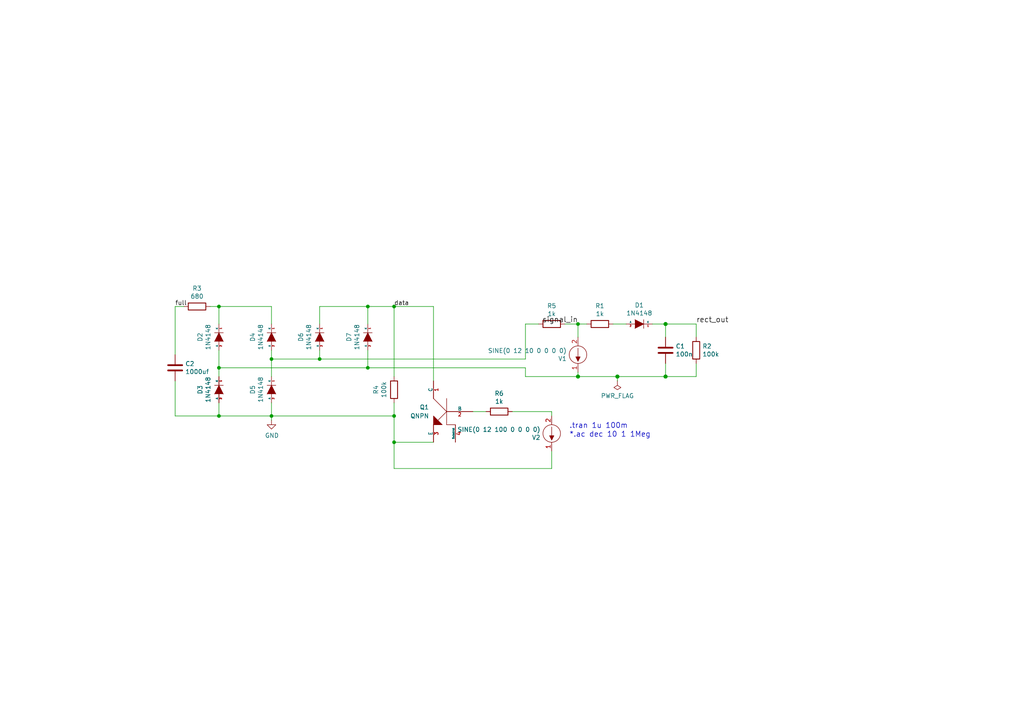
<source format=kicad_sch>
(kicad_sch (version 20211123) (generator eeschema)
  (paper "A4")
  (lib_symbols
    (symbol "power:PWR_FLAG" (power) (pin_numbers hide) (pin_names (offset 0) hide)
      (property "Value" "PWR_FLAG" (at 0 3.81 0))
      (symbol "PWR_FLAG_0_0"
        (pin power_out line (at 0 0 90) (length 0) (name "pwr") (number "1"))
      )
      (symbol "PWR_FLAG_0_1"
        (polyline (pts (xy 0 0) (xy 0 1.27) (xy -1.016 1.905) (xy 0 2.54) (xy 1.016 1.905) (xy 0 1.27)))
      )
    )
    (symbol "pspice:QNPN" (pin_names (offset 0))
      (property "Reference" "Q" (at -2.54 7.62 0))
      (property "Value" "QNPN" (at -2.54 5.08 0))
      (symbol "QNPN_0_0"
        (polyline (pts (xy 0 0) (xy 3.81 -3.81)))
        (polyline (pts (xy 3.81 -3.81) (xy 3.81 -1.27) (xy 1.27 -3.81) (xy 3.81 -3.81)) (fill (type outline)))
      )
      (symbol "QNPN_0_1"
        (polyline (pts (xy 0 -3.81) (xy 0 3.81)))
        (polyline (pts (xy 0 0) (xy 3.81 3.81)))
        (polyline (pts (xy -2.54 -3.81) (xy 0 -3.81) (xy 0 -3.81) (xy 0 -3.81)))
      )
      (symbol "QNPN_1_1"
        (pin passive line (at 3.81 8.89 270) (length 5.08) (name "C") (number "1"))
        (pin input line (at -7.62 0 0) (length 7.62) (name "B") (number "2"))
        (pin passive line (at 3.81 -8.89 90) (length 5.08) (name "E") (number "3"))
        (pin input line (at -2.54 -8.89 90) (length 5.08) (name "Substrat") (number "4"))
      )
    )
    (symbol "rectifier_schlib:C" (pin_numbers hide) (pin_names (offset 0.254))
      (property "Reference" "C" (at 0.635 2.54 0))
      (property "Value" "C" (at 0.635 -2.54 0))
      (symbol "C_0_1"
        (polyline (pts (xy -2.032 -0.762) (xy 2.032 -0.762)) (stroke (width 0.508)))
        (polyline (pts (xy -2.032 0.762) (xy 2.032 0.762)) (stroke (width 0.508)))
      )
      (symbol "C_1_1"
        (pin passive line (at 0 3.81 270) (length 2.794) (name "~") (number "1"))
        (pin passive line (at 0 -3.81 90) (length 2.794) (name "~") (number "2"))
      )
    )
    (symbol "rectifier_schlib:D" (pin_names (offset 0))
      (property "Reference" "D" (at 0 2.54 0))
      (property "Value" "D" (at 0 -2.54 0))
      (symbol "D_0_1"
        (polyline (pts (xy -1.27 1.27) (xy -1.27 -1.27)) (stroke (width 0.1524)))
        (polyline (pts (xy 1.27 1.27) (xy -1.27 0) (xy 1.27 -1.27)) (fill (type outline)))
      )
      (symbol "D_1_1"
        (pin passive line (at -3.81 0 0) (length 2.54) (name "K") (number "1"))
        (pin passive line (at 3.81 0 180) (length 2.54) (name "A") (number "2"))
      )
    )
    (symbol "rectifier_schlib:GND" (power) (pin_names (offset 0))
      (property "Value" "GND" (at 0 -3.1242 0))
      (symbol "GND_0_1"
        (polyline (pts (xy 0 0) (xy 0 -1.27) (xy 1.27 -1.27) (xy 0 -2.54) (xy -1.27 -1.27) (xy 0 -1.27)))
      )
      (symbol "GND_1_1"
        (pin power_in line (at 0 0 270) (length 0) hide (name "GND") (number "1"))
      )
    )
    (symbol "rectifier_schlib:R" (pin_numbers hide) (pin_names (offset 0))
      (property "Reference" "R" (at 2.032 0 90))
      (property "Value" "R" (at 0 0 90))
      (symbol "R_0_1"
        (rectangle (start -1.016 -2.54) (end 1.016 2.54) (stroke (width 0.254)))
      )
      (symbol "R_1_1"
        (pin passive line (at 0 3.81 270) (length 1.27) (name "~") (number "1"))
        (pin passive line (at 0 -3.81 90) (length 1.27) (name "~") (number "2"))
      )
    )
    (symbol "rectifier_schlib:VSOURCE" (pin_names (offset 1.016))
      (property "Reference" "V" (at 5.08 5.08 0))
      (symbol "VSOURCE_0_1"
        (polyline (pts (xy 0 -1.905) (xy 0 1.905)))
        (polyline (pts (xy 0 1.905) (xy -0.635 0.635) (xy 0.635 0.635) (xy 0 1.905)) (fill (type outline)))
        (circle (center 0 0) (radius 2.54))
      )
      (symbol "VSOURCE_1_1"
        (pin input line (at 0 5.08 270) (length 2.54) (name "~") (number "1"))
        (pin input line (at 0 -5.08 90) (length 2.54) (name "~") (number "2"))
      )
    )
  )
  (junction (at 193.04 93.98) (diameter 1.016))
  (junction (at 92.71 104.14))
  (junction (at 63.5 120.65))
  (junction (at 114.3 128.27))
  (junction (at 193.04 109.22) (diameter 1.016))
  (junction (at 63.5 88.9))
  (junction (at 114.3 88.9))
  (junction (at 78.74 120.65))
  (junction (at 167.64 109.22) (diameter 1.016))
  (junction (at 179.07 109.22) (diameter 1.016))
  (junction (at 78.74 104.14))
  (junction (at 106.68 88.9))
  (junction (at 106.68 106.68))
  (junction (at 167.64 93.98))
  (junction (at 114.3 120.65))
  (junction (at 63.5 106.68))
  (wire (pts (xy 152.4 106.68) (xy 106.68 106.68)))
  (wire (pts (xy 163.83 93.98) (xy 167.64 93.98)))
  (wire (pts (xy 189.23 93.98) (xy 193.04 93.98)))
  (wire (pts (xy 63.5 93.98) (xy 63.5 88.9)))
  (wire (pts (xy 114.3 109.22) (xy 114.3 88.9)))
  (wire (pts (xy 78.74 120.65) (xy 78.74 121.92)))
  (wire (pts (xy 148.59 119.38) (xy 160.02 119.38)))
  (wire (pts (xy 63.5 88.9) (xy 78.74 88.9)))
  (wire (pts (xy 201.93 93.98) (xy 201.93 97.79)))
  (wire (pts (xy 201.93 109.22) (xy 201.93 105.41)))
  (wire (pts (xy 60.96 88.9) (xy 63.5 88.9)))
  (wire (pts (xy 167.64 109.22) (xy 179.07 109.22)))
  (wire (pts (xy 78.74 88.9) (xy 78.74 93.98)))
  (wire (pts (xy 137.16 119.38) (xy 140.97 119.38)))
  (wire (pts (xy 179.07 109.22) (xy 193.04 109.22)))
  (wire (pts (xy 92.71 88.9) (xy 106.68 88.9)))
  (wire (pts (xy 160.02 119.38) (xy 160.02 120.65)))
  (wire (pts (xy 53.34 88.9) (xy 50.8 88.9)))
  (wire (pts (xy 78.74 101.6) (xy 78.74 104.14)))
  (wire (pts (xy 167.64 109.22) (xy 152.4 109.22)))
  (wire (pts (xy 78.74 104.14) (xy 78.74 109.22)))
  (wire (pts (xy 193.04 109.22) (xy 201.93 109.22)))
  (wire (pts (xy 106.68 101.6) (xy 106.68 106.68)))
  (wire (pts (xy 50.8 110.49) (xy 50.8 120.65)))
  (wire (pts (xy 167.64 109.22) (xy 167.64 107.95)))
  (wire (pts (xy 114.3 128.27) (xy 114.3 120.65)))
  (wire (pts (xy 114.3 120.65) (xy 78.74 120.65)))
  (wire (pts (xy 63.5 120.65) (xy 78.74 120.65)))
  (wire (pts (xy 125.73 88.9) (xy 114.3 88.9)))
  (wire (pts (xy 50.8 120.65) (xy 63.5 120.65)))
  (wire (pts (xy 114.3 116.84) (xy 114.3 120.65)))
  (wire (pts (xy 193.04 93.98) (xy 201.93 93.98)))
  (wire (pts (xy 106.68 88.9) (xy 106.68 93.98)))
  (wire (pts (xy 193.04 97.79) (xy 193.04 93.98)))
  (wire (pts (xy 63.5 101.6) (xy 63.5 106.68)))
  (wire (pts (xy 92.71 104.14) (xy 152.4 104.14)))
  (wire (pts (xy 92.71 93.98) (xy 92.71 88.9)))
  (wire (pts (xy 92.71 101.6) (xy 92.71 104.14)))
  (wire (pts (xy 160.02 130.81) (xy 160.02 135.89)))
  (wire (pts (xy 106.68 106.68) (xy 63.5 106.68)))
  (wire (pts (xy 125.73 128.27) (xy 114.3 128.27)))
  (wire (pts (xy 78.74 116.84) (xy 78.74 120.65)))
  (wire (pts (xy 114.3 88.9) (xy 106.68 88.9)))
  (wire (pts (xy 50.8 88.9) (xy 50.8 102.87)))
  (wire (pts (xy 63.5 116.84) (xy 63.5 120.65)))
  (wire (pts (xy 193.04 109.22) (xy 193.04 105.41)))
  (wire (pts (xy 160.02 135.89) (xy 114.3 135.89)))
  (wire (pts (xy 152.4 109.22) (xy 152.4 106.68)))
  (wire (pts (xy 125.73 110.49) (xy 125.73 88.9)))
  (wire (pts (xy 114.3 135.89) (xy 114.3 128.27)))
  (wire (pts (xy 152.4 104.14) (xy 152.4 93.98)))
  (wire (pts (xy 179.07 109.22) (xy 179.07 110.49)))
  (wire (pts (xy 167.64 97.79) (xy 167.64 93.98)))
  (wire (pts (xy 78.74 104.14) (xy 92.71 104.14)))
  (wire (pts (xy 63.5 106.68) (xy 63.5 109.22)))
  (wire (pts (xy 177.8 93.98) (xy 181.61 93.98)))
  (wire (pts (xy 152.4 93.98) (xy 156.21 93.98)))
  (wire (pts (xy 167.64 93.98) (xy 170.18 93.98)))
  (text "*.ac dec 10 1 1Meg\n" (at 165.1 127 0) (effects (font (size 1.524 1.524)) (justify left bottom)))
  (text ".tran 1u 100m\n" (at 165.1 124.46 0) (effects (font (size 1.524 1.524)) (justify left bottom)))
  (label "rect_out" (at 201.93 93.98 0) (effects (font (size 1.524 1.524))))
  (label "signal_in" (at 167.64 93.98 180) (effects (font (size 1.524 1.524))))
  (label "data" (at 114.3 88.9 0))
  (label "full" (at 50.8 88.9 0))
  (symbol (lib_id "rectifier_schlib:VSOURCE") (at 167.64 102.87 180) (unit 1)
    (property "Reference" "V1" (at 164.3888 104.0384 0) (effects (justify left)))
    (property "Value" "SINE(0 12 10 0 0 0 0)" (at 164.3888 101.727 0) (effects (justify left)))
    (property "Fieldname" "Value" (effects hide))
    (property "Spice_Primitive" "V" (effects hide))
    (property "Spice_Node_Sequence" "1 2" (effects hide))
  )
  (symbol (lib_id "rectifier_schlib:R") (at 173.99 93.98 270) (unit 1)
    (property "Reference" "R1" (at 173.99 88.7222 90))
    (property "Value" "1k" (at 173.99 91.0336 90))
    (property "Fieldname" "Value" (effects hide))
    (property "SpiceMapping" "1 2" (effects hide))
    (property "Spice_Primitive" "R" (effects hide))
  )
  (symbol (lib_id "rectifier_schlib:D") (at 185.42 93.98 180) (unit 1)
    (property "Reference" "D1" (at 185.42 88.519 0))
    (property "Value" "1N4148" (at 185.42 90.8304 0))
    (property "Fieldname" "Value" (effects hide))
    (property "Spice_Primitive" "D" (effects hide))
    (property "Spice_Node_Sequence" "2 1" (effects hide))
    (property "Spice_Model" "1N4148" (effects hide))
    (property "Spice_Netlist_Enabled" "Y" (effects hide))
    (property "Spice_Lib_File" "diode.mod" (effects hide))
  )
  (symbol (lib_id "rectifier_schlib:C") (at 193.04 101.6 0) (unit 1)
    (property "Reference" "C1" (at 195.961 100.4316 0) (effects (justify left)))
    (property "Value" "100n" (at 195.961 102.743 0) (effects (justify left)))
    (property "Fieldname" "Value" (effects hide))
    (property "Spice_Primitive" "C" (effects hide))
    (property "SpiceMapping" "1 2" (effects hide))
  )
  (symbol (lib_id "rectifier_schlib:R") (at 201.93 101.6 180) (unit 1)
    (property "Reference" "R2" (at 203.708 100.4316 0) (effects (justify right)))
    (property "Value" "100k" (at 203.708 102.743 0) (effects (justify right)))
    (property "Fieldname" "Value" (effects hide))
    (property "SpiceMapping" "1 2" (effects hide))
    (property "Spice_Primitive" "R" (effects hide))
  )
  (symbol (lib_id "rectifier_schlib:C") (at 50.8 106.68 0) (unit 1)
    (property "Reference" "C2" (at 53.721 105.5116 0) (effects (justify left)))
    (property "Value" "1000uf" (at 53.721 107.823 0) (effects (justify left)))
    (property "Fieldname" "Value" (effects hide))
    (property "Spice_Primitive" "C" (effects hide))
    (property "SpiceMapping" "1 2" (effects hide))
  )
  (symbol (lib_id "rectifier_schlib:D") (at 78.74 113.03 270) (unit 1)
    (property "Reference" "D5" (at 73.279 113.03 0))
    (property "Value" "1N4148" (at 75.5904 113.03 0))
    (property "Fieldname" "Value" (effects hide))
    (property "Spice_Primitive" "D" (effects hide))
    (property "Spice_Node_Sequence" "2 1" (effects hide))
    (property "Spice_Model" "1N4148" (effects hide))
    (property "Spice_Netlist_Enabled" "Y" (effects hide))
    (property "Spice_Lib_File" "diode.mod" (effects hide))
  )
  (symbol (lib_id "power:PWR_FLAG") (at 179.07 110.49 180) (unit 1)
    (property "Reference" "#FLG0101" (effects hide))
    (property "Value" "PWR_FLAG" (at 179.07 114.8144 0))
  )
  (symbol (lib_id "pspice:QNPN") (at 129.54 119.38 0) (mirror y) (unit 1)
    (property "Reference" "Q1" (at 124.46 118.1099 0) (effects (justify left)))
    (property "Value" "QNPN" (at 124.46 120.6499 0) (effects (justify left)))
  )
  (symbol (lib_id "rectifier_schlib:D") (at 92.71 97.79 270) (unit 1)
    (property "Reference" "D6" (at 87.249 97.79 0))
    (property "Value" "1N4148" (at 89.5604 97.79 0))
    (property "Fieldname" "Value" (effects hide))
    (property "Spice_Primitive" "D" (effects hide))
    (property "Spice_Node_Sequence" "2 1" (effects hide))
    (property "Spice_Model" "1N4148" (effects hide))
    (property "Spice_Netlist_Enabled" "Y" (effects hide))
    (property "Spice_Lib_File" "diode.mod" (effects hide))
  )
  (symbol (lib_id "rectifier_schlib:D") (at 106.68 97.79 270) (unit 1)
    (property "Reference" "D7" (at 101.219 97.79 0))
    (property "Value" "1N4148" (at 103.5304 97.79 0))
    (property "Fieldname" "Value" (effects hide))
    (property "Spice_Primitive" "D" (effects hide))
    (property "Spice_Node_Sequence" "2 1" (effects hide))
    (property "Spice_Model" "1N4148" (effects hide))
    (property "Spice_Netlist_Enabled" "Y" (effects hide))
    (property "Spice_Lib_File" "diode.mod" (effects hide))
  )
  (symbol (lib_id "rectifier_schlib:D") (at 63.5 113.03 270) (unit 1)
    (property "Reference" "D3" (at 58.039 113.03 0))
    (property "Value" "1N4148" (at 60.3504 113.03 0))
    (property "Fieldname" "Value" (effects hide))
    (property "Spice_Primitive" "D" (effects hide))
    (property "Spice_Node_Sequence" "2 1" (effects hide))
    (property "Spice_Model" "1N4148" (effects hide))
    (property "Spice_Netlist_Enabled" "Y" (effects hide))
    (property "Spice_Lib_File" "diode.mod" (effects hide))
  )
  (symbol (lib_id "rectifier_schlib:R") (at 57.15 88.9 270) (unit 1)
    (property "Reference" "R3" (at 57.15 83.6422 90))
    (property "Value" "680" (at 57.15 85.9536 90))
    (property "Fieldname" "Value" (effects hide))
    (property "SpiceMapping" "1 2" (effects hide))
    (property "Spice_Primitive" "R" (effects hide))
  )
  (symbol (lib_id "rectifier_schlib:R") (at 144.78 119.38 270) (unit 1)
    (property "Reference" "R6" (at 144.78 114.1222 90))
    (property "Value" "1k" (at 144.78 116.4336 90))
    (property "Fieldname" "Value" (effects hide))
    (property "SpiceMapping" "1 2" (effects hide))
    (property "Spice_Primitive" "R" (effects hide))
  )
  (symbol (lib_id "rectifier_schlib:R") (at 114.3 113.03 0) (unit 1)
    (property "Reference" "R4" (at 109.0422 113.03 90))
    (property "Value" "100k" (at 111.3536 113.03 90))
    (property "Fieldname" "Value" (effects hide))
    (property "SpiceMapping" "1 2" (effects hide))
    (property "Spice_Primitive" "R" (effects hide))
  )
  (symbol (lib_id "rectifier_schlib:VSOURCE") (at 160.02 125.73 180) (unit 1)
    (property "Reference" "V2" (at 156.7688 126.8984 0) (effects (justify left)))
    (property "Value" "SINE(0 12 100 0 0 0 0)" (at 156.7688 124.587 0) (effects (justify left)))
    (property "Fieldname" "Value" (effects hide))
    (property "Spice_Primitive" "V" (effects hide))
    (property "Spice_Node_Sequence" "1 2" (effects hide))
  )
  (symbol (lib_id "rectifier_schlib:R") (at 160.02 93.98 270) (unit 1)
    (property "Reference" "R5" (at 160.02 88.7222 90))
    (property "Value" "1k" (at 160.02 91.0336 90))
    (property "Fieldname" "Value" (effects hide))
    (property "SpiceMapping" "1 2" (effects hide))
    (property "Spice_Primitive" "R" (effects hide))
  )
  (symbol (lib_id "rectifier_schlib:D") (at 78.74 97.79 270) (unit 1)
    (property "Reference" "D4" (at 73.279 97.79 0))
    (property "Value" "1N4148" (at 75.5904 97.79 0))
    (property "Fieldname" "Value" (effects hide))
    (property "Spice_Primitive" "D" (effects hide))
    (property "Spice_Node_Sequence" "2 1" (effects hide))
    (property "Spice_Model" "1N4148" (effects hide))
    (property "Spice_Netlist_Enabled" "Y" (effects hide))
    (property "Spice_Lib_File" "diode.mod" (effects hide))
  )
  (symbol (lib_id "rectifier_schlib:D") (at 63.5 97.79 270) (unit 1)
    (property "Reference" "D2" (at 58.039 97.79 0))
    (property "Value" "1N4148" (at 60.3504 97.79 0))
    (property "Fieldname" "Value" (effects hide))
    (property "Spice_Primitive" "D" (effects hide))
    (property "Spice_Node_Sequence" "2 1" (effects hide))
    (property "Spice_Model" "1N4148" (effects hide))
    (property "Spice_Netlist_Enabled" "Y" (effects hide))
    (property "Spice_Lib_File" "diode.mod" (effects hide))
  )
  (symbol (lib_id "rectifier_schlib:GND") (at 78.74 121.92 0) (unit 1)
    (property "Reference" "#PWR01" (effects hide))
    (property "Value" "GND" (at 78.867 126.3142 0))
  )
)
</source>
